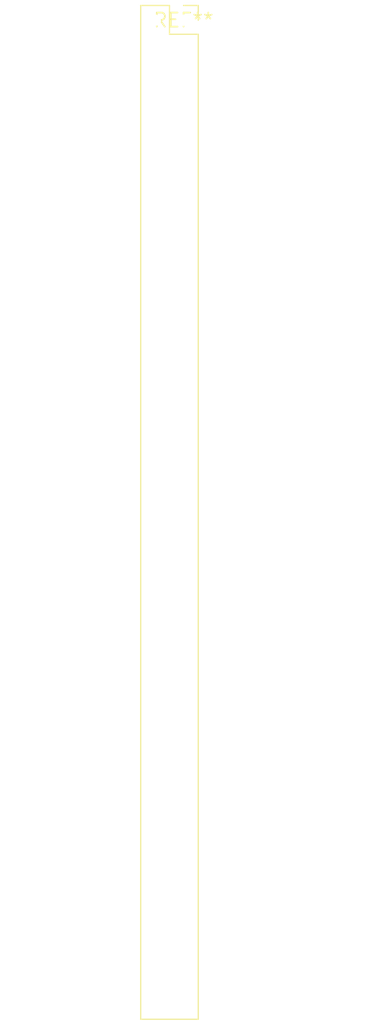
<source format=kicad_pcb>
(kicad_pcb (version 20240108) (generator pcbnew)
  (layers (0 "F.Cu" signal) (31 "B.Cu" signal) (34 "B.Paste" user) (35 "F.Paste" user) (36 "B.SilkS" user "B.Silkscreen") (37 "F.SilkS" user "F.Silkscreen") (38 "B.Mask" user) (39 "F.Mask" user) (44 "Edge.Cuts" user))
  (net 0 "")
  (footprint "PinSocket_2x36_P2.54mm_Vertical" (layer "F.Cu") (at 0 0)
    (property "Reference" "REF**")
    (property "Value" "PinSocket_2x36_P2.54mm_Vertical")
    (fp_line (start -3.87 -1.33) (end -3.87 90.23) (layer "F.SilkS") (stroke (width 0.12)))
    (fp_line (start -3.87 -1.33) (end -1.27 -1.33) (layer "F.SilkS") (stroke (width 0.12)))
    (fp_line (start -3.87 90.23) (end 1.33 90.23) (layer "F.SilkS") (stroke (width 0.12)))
    (fp_line (start -1.27 -1.33) (end -1.27 1.27) (layer "F.SilkS") (stroke (width 0.12)))
    (fp_line (start -1.27 1.27) (end 1.33 1.27) (layer "F.SilkS") (stroke (width 0.12)))
    (fp_line (start 0 -1.33) (end 1.33 -1.33) (layer "F.SilkS") (stroke (width 0.12)))
    (fp_line (start 1.33 -1.33) (end 1.33 0) (layer "F.SilkS") (stroke (width 0.12)))
    (fp_line (start 1.33 1.27) (end 1.33 90.23) (layer "F.SilkS") (stroke (width 0.12)))
    (pad "1" thru_hole rect (at 0 0) (size 1.7 1.7) (drill 1) (layers *.Cu *.Mask) (remove_unused_layers))
    (pad "2" thru_hole oval (at -2.54 0) (size 1.7 1.7) (drill 1) (layers *.Cu *.Mask) (remove_unused_layers))
    (pad "3" thru_hole oval (at 0 2.54) (size 1.7 1.7) (drill 1) (layers *.Cu *.Mask) (remove_unused_layers))
    (pad "4" thru_hole oval (at -2.54 2.54) (size 1.7 1.7) (drill 1) (layers *.Cu *.Mask) (remove_unused_layers))
    (pad "5" thru_hole oval (at 0 5.08) (size 1.7 1.7) (drill 1) (layers *.Cu *.Mask) (remove_unused_layers))
    (pad "6" thru_hole oval (at -2.54 5.08) (size 1.7 1.7) (drill 1) (layers *.Cu *.Mask) (remove_unused_layers))
    (pad "7" thru_hole oval (at 0 7.62) (size 1.7 1.7) (drill 1) (layers *.Cu *.Mask) (remove_unused_layers))
    (pad "8" thru_hole oval (at -2.54 7.62) (size 1.7 1.7) (drill 1) (layers *.Cu *.Mask) (remove_unused_layers))
    (pad "9" thru_hole oval (at 0 10.16) (size 1.7 1.7) (drill 1) (layers *.Cu *.Mask) (remove_unused_layers))
    (pad "10" thru_hole oval (at -2.54 10.16) (size 1.7 1.7) (drill 1) (layers *.Cu *.Mask) (remove_unused_layers))
    (pad "11" thru_hole oval (at 0 12.7) (size 1.7 1.7) (drill 1) (layers *.Cu *.Mask) (remove_unused_layers))
    (pad "12" thru_hole oval (at -2.54 12.7) (size 1.7 1.7) (drill 1) (layers *.Cu *.Mask) (remove_unused_layers))
    (pad "13" thru_hole oval (at 0 15.24) (size 1.7 1.7) (drill 1) (layers *.Cu *.Mask) (remove_unused_layers))
    (pad "14" thru_hole oval (at -2.54 15.24) (size 1.7 1.7) (drill 1) (layers *.Cu *.Mask) (remove_unused_layers))
    (pad "15" thru_hole oval (at 0 17.78) (size 1.7 1.7) (drill 1) (layers *.Cu *.Mask) (remove_unused_layers))
    (pad "16" thru_hole oval (at -2.54 17.78) (size 1.7 1.7) (drill 1) (layers *.Cu *.Mask) (remove_unused_layers))
    (pad "17" thru_hole oval (at 0 20.32) (size 1.7 1.7) (drill 1) (layers *.Cu *.Mask) (remove_unused_layers))
    (pad "18" thru_hole oval (at -2.54 20.32) (size 1.7 1.7) (drill 1) (layers *.Cu *.Mask) (remove_unused_layers))
    (pad "19" thru_hole oval (at 0 22.86) (size 1.7 1.7) (drill 1) (layers *.Cu *.Mask) (remove_unused_layers))
    (pad "20" thru_hole oval (at -2.54 22.86) (size 1.7 1.7) (drill 1) (layers *.Cu *.Mask) (remove_unused_layers))
    (pad "21" thru_hole oval (at 0 25.4) (size 1.7 1.7) (drill 1) (layers *.Cu *.Mask) (remove_unused_layers))
    (pad "22" thru_hole oval (at -2.54 25.4) (size 1.7 1.7) (drill 1) (layers *.Cu *.Mask) (remove_unused_layers))
    (pad "23" thru_hole oval (at 0 27.94) (size 1.7 1.7) (drill 1) (layers *.Cu *.Mask) (remove_unused_layers))
    (pad "24" thru_hole oval (at -2.54 27.94) (size 1.7 1.7) (drill 1) (layers *.Cu *.Mask) (remove_unused_layers))
    (pad "25" thru_hole oval (at 0 30.48) (size 1.7 1.7) (drill 1) (layers *.Cu *.Mask) (remove_unused_layers))
    (pad "26" thru_hole oval (at -2.54 30.48) (size 1.7 1.7) (drill 1) (layers *.Cu *.Mask) (remove_unused_layers))
    (pad "27" thru_hole oval (at 0 33.02) (size 1.7 1.7) (drill 1) (layers *.Cu *.Mask) (remove_unused_layers))
    (pad "28" thru_hole oval (at -2.54 33.02) (size 1.7 1.7) (drill 1) (layers *.Cu *.Mask) (remove_unused_layers))
    (pad "29" thru_hole oval (at 0 35.56) (size 1.7 1.7) (drill 1) (layers *.Cu *.Mask) (remove_unused_layers))
    (pad "30" thru_hole oval (at -2.54 35.56) (size 1.7 1.7) (drill 1) (layers *.Cu *.Mask) (remove_unused_layers))
    (pad "31" thru_hole oval (at 0 38.1) (size 1.7 1.7) (drill 1) (layers *.Cu *.Mask) (remove_unused_layers))
    (pad "32" thru_hole oval (at -2.54 38.1) (size 1.7 1.7) (drill 1) (layers *.Cu *.Mask) (remove_unused_layers))
    (pad "33" thru_hole oval (at 0 40.64) (size 1.7 1.7) (drill 1) (layers *.Cu *.Mask) (remove_unused_layers))
    (pad "34" thru_hole oval (at -2.54 40.64) (size 1.7 1.7) (drill 1) (layers *.Cu *.Mask) (remove_unused_layers))
    (pad "35" thru_hole oval (at 0 43.18) (size 1.7 1.7) (drill 1) (layers *.Cu *.Mask) (remove_unused_layers))
    (pad "36" thru_hole oval (at -2.54 43.18) (size 1.7 1.7) (drill 1) (layers *.Cu *.Mask) (remove_unused_layers))
    (pad "37" thru_hole oval (at 0 45.72) (size 1.7 1.7) (drill 1) (layers *.Cu *.Mask) (remove_unused_layers))
    (pad "38" thru_hole oval (at -2.54 45.72) (size 1.7 1.7) (drill 1) (layers *.Cu *.Mask) (remove_unused_layers))
    (pad "39" thru_hole oval (at 0 48.26) (size 1.7 1.7) (drill 1) (layers *.Cu *.Mask) (remove_unused_layers))
    (pad "40" thru_hole oval (at -2.54 48.26) (size 1.7 1.7) (drill 1) (layers *.Cu *.Mask) (remove_unused_layers))
    (pad "41" thru_hole oval (at 0 50.8) (size 1.7 1.7) (drill 1) (layers *.Cu *.Mask) (remove_unused_layers))
    (pad "42" thru_hole oval (at -2.54 50.8) (size 1.7 1.7) (drill 1) (layers *.Cu *.Mask) (remove_unused_layers))
    (pad "43" thru_hole oval (at 0 53.34) (size 1.7 1.7) (drill 1) (layers *.Cu *.Mask) (remove_unused_layers))
    (pad "44" thru_hole oval (at -2.54 53.34) (size 1.7 1.7) (drill 1) (layers *.Cu *.Mask) (remove_unused_layers))
    (pad "45" thru_hole oval (at 0 55.88) (size 1.7 1.7) (drill 1) (layers *.Cu *.Mask) (remove_unused_layers))
    (pad "46" thru_hole oval (at -2.54 55.88) (size 1.7 1.7) (drill 1) (layers *.Cu *.Mask) (remove_unused_layers))
    (pad "47" thru_hole oval (at 0 58.42) (size 1.7 1.7) (drill 1) (layers *.Cu *.Mask) (remove_unused_layers))
    (pad "48" thru_hole oval (at -2.54 58.42) (size 1.7 1.7) (drill 1) (layers *.Cu *.Mask) (remove_unused_layers))
    (pad "49" thru_hole oval (at 0 60.96) (size 1.7 1.7) (drill 1) (layers *.Cu *.Mask) (remove_unused_layers))
    (pad "50" thru_hole oval (at -2.54 60.96) (size 1.7 1.7) (drill 1) (layers *.Cu *.Mask) (remove_unused_layers))
    (pad "51" thru_hole oval (at 0 63.5) (size 1.7 1.7) (drill 1) (layers *.Cu *.Mask) (remove_unused_layers))
    (pad "52" thru_hole oval (at -2.54 63.5) (size 1.7 1.7) (drill 1) (layers *.Cu *.Mask) (remove_unused_layers))
    (pad "53" thru_hole oval (at 0 66.04) (size 1.7 1.7) (drill 1) (layers *.Cu *.Mask) (remove_unused_layers))
    (pad "54" thru_hole oval (at -2.54 66.04) (size 1.7 1.7) (drill 1) (layers *.Cu *.Mask) (remove_unused_layers))
    (pad "55" thru_hole oval (at 0 68.58) (size 1.7 1.7) (drill 1) (layers *.Cu *.Mask) (remove_unused_layers))
    (pad "56" thru_hole oval (at -2.54 68.58) (size 1.7 1.7) (drill 1) (layers *.Cu *.Mask) (remove_unused_layers))
    (pad "57" thru_hole oval (at 0 71.12) (size 1.7 1.7) (drill 1) (layers *.Cu *.Mask) (remove_unused_layers))
    (pad "58" thru_hole oval (at -2.54 71.12) (size 1.7 1.7) (drill 1) (layers *.Cu *.Mask) (remove_unused_layers))
    (pad "59" thru_hole oval (at 0 73.66) (size 1.7 1.7) (drill 1) (layers *.Cu *.Mask) (remove_unused_layers))
    (pad "60" thru_hole oval (at -2.54 73.66) (size 1.7 1.7) (drill 1) (layers *.Cu *.Mask) (remove_unused_layers))
    (pad "61" thru_hole oval (at 0 76.2) (size 1.7 1.7) (drill 1) (layers *.Cu *.Mask) (remove_unused_layers))
    (pad "62" thru_hole oval (at -2.54 76.2) (size 1.7 1.7) (drill 1) (layers *.Cu *.Mask) (remove_unused_layers))
    (pad "63" thru_hole oval (at 0 78.74) (size 1.7 1.7) (drill 1) (layers *.Cu *.Mask) (remove_unused_layers))
    (pad "64" thru_hole oval (at -2.54 78.74) (size 1.7 1.7) (drill 1) (layers *.Cu *.Mask) (remove_unused_layers))
    (pad "65" thru_hole oval (at 0 81.28) (size 1.7 1.7) (drill 1) (layers *.Cu *.Mask) (remove_unused_layers))
    (pad "66" thru_hole oval (at -2.54 81.28) (size 1.7 1.7) (drill 1) (layers *.Cu *.Mask) (remove_unused_layers))
    (pad "67" thru_hole oval (at 0 83.82) (size 1.7 1.7) (drill 1) (layers *.Cu *.Mask) (remove_unused_layers))
    (pad "68" thru_hole oval (at -2.54 83.82) (size 1.7 1.7) (drill 1) (layers *.Cu *.Mask) (remove_unused_layers))
    (pad "69" thru_hole oval (at 0 86.36) (size 1.7 1.7) (drill 1) (layers *.Cu *.Mask) (remove_unused_layers))
    (pad "70" thru_hole oval (at -2.54 86.36) (size 1.7 1.7) (drill 1) (layers *.Cu *.Mask) (remove_unused_layers))
    (pad "71" thru_hole oval (at 0 88.9) (size 1.7 1.7) (drill 1) (layers *.Cu *.Mask) (remove_unused_layers))
    (pad "72" thru_hole oval (at -2.54 88.9) (size 1.7 1.7) (drill 1) (layers *.Cu *.Mask) (remove_unused_layers))
  )
)
</source>
